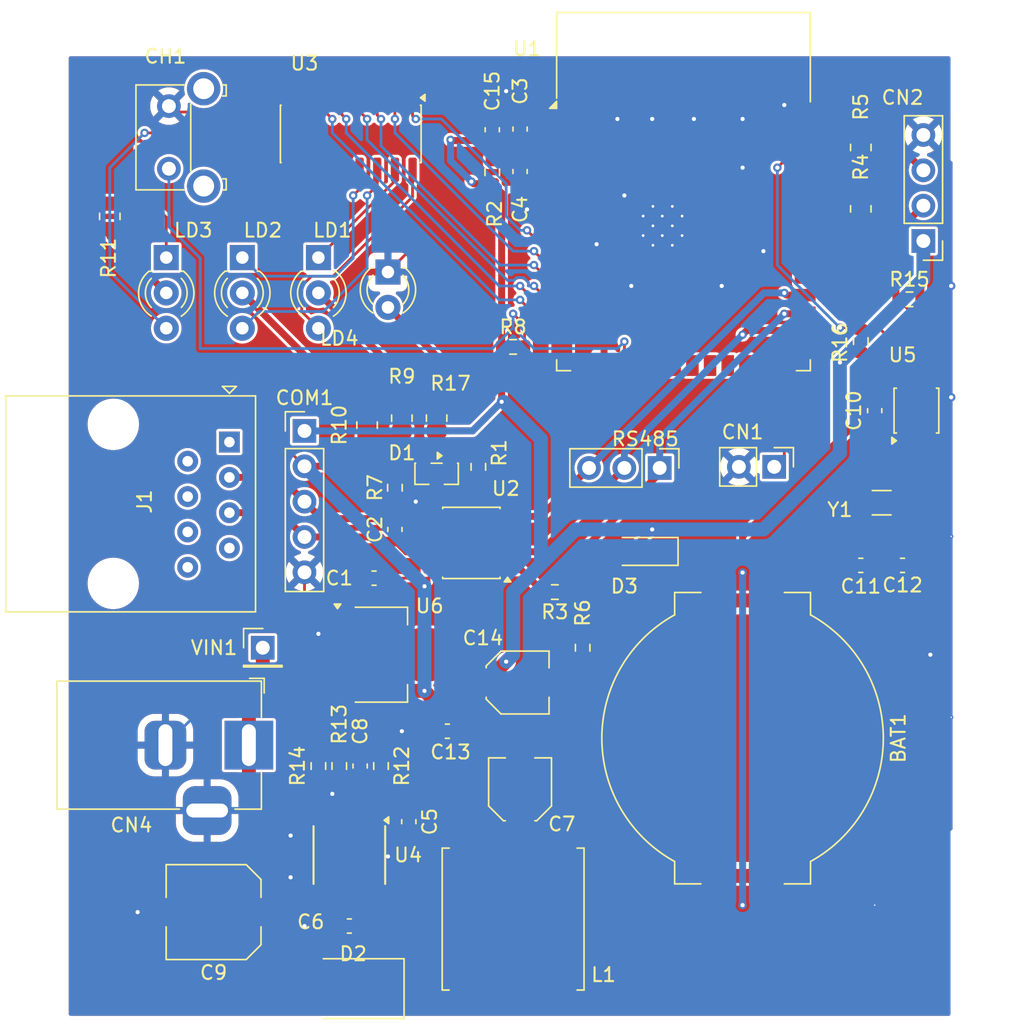
<source format=kicad_pcb>
(kicad_pcb (version 20241229) (generator "pcbnew") (generator_version "9.0")
  (layers (0 "F.Cu" signal) (2 "B.Cu" signal) (13 "F.Paste" user) (15 "B.Paste" user) (5 "F.SilkS" user "F.Silkscreen") (7 "B.SilkS" user "B.Silkscreen") (1 "F.Mask" user) (3 "B.Mask" user) (25 "Edge.Cuts" user))
  (net 0 "")
  (net 1 "GND")
  (net 2 "BAT+")
  (net 3 "+5V")
  (net 4 "RS485 B")
  (net 5 "RS485 A")
  (net 6 "+3.3V")
  (net 7 "Net-(U1-EN)")
  (net 8 "Net-(D2-K)")
  (net 9 "Net-(U4-BOOT)")
  (net 10 "VCC")
  (net 11 "Net-(U4-FB)")
  (net 12 "Net-(U5-OSCI)")
  (net 13 "Net-(U5-OSCO)")
  (net 14 "RST")
  (net 15 "BOOT")
  (net 16 "TX")
  (net 17 "RX")
  (net 18 "Net-(LD1-A)")
  (net 19 "Net-(LD1-K1)")
  (net 20 "Net-(LD1-K2)")
  (net 21 "Net-(LD2-K1)")
  (net 22 "Net-(LD2-A)")
  (net 23 "Net-(LD2-K2)")
  (net 24 "Net-(LD3-K1)")
  (net 25 "Net-(LD3-K2)")
  (net 26 "Net-(LD3-A)")
  (net 27 "Net-(LD4-A)")
  (net 28 "RS485 RX")
  (net 29 "Net-(U2-RO)")
  (net 30 "Net-(U1-RXD0{slash}IO3)")
  (net 31 "Net-(U1-TXD0{slash}IO1)")
  (net 32 "Net-(U4-PG)")
  (net 33 "SDA")
  (net 34 "SCL")
  (net 35 "RS485 TX")
  (net 36 "RS485 DIR")
  (net 37 "WiFi Red")
  (net 38 "Server Red")
  (net 39 "WiFi Green")
  (net 40 "RS485 Green")
  (net 41 "RS485 Red")
  (net 42 "Server Green")
  (footprint "Connector_PinHeader_2.54mm:PinHeader_1x02_P2.54mm_Vertical" (layer "F.Cu") (at 145.275 83 -90)
    (property "Reference" "CN1")
    (property "Value" "Conn_01x02_Pin" (hide yes))
  )
  (footprint "Capacitor_SMD:C_0603_1608Metric" (layer "F.Cu") (at 114.725 116 180)
    (property "Reference" "C6")
    (property "Value" "100nF" (hide yes))
  )
  (footprint "Resistor_SMD:R_0603_1608Metric" (layer "F.Cu") (at 131.5 96 -90)
    (property "Reference" "R6")
    (property "Value" "20kΩ" (hide yes))
  )
  (footprint "LED_THT:LED_D3.0mm" (layer "F.Cu") (at 117.5 69 -90)
    (property "Reference" "LD4")
    (property "Value" "LED" (hide yes))
  )
  (footprint "Resistor_SMD:R_0805_2012Metric" (layer "F.Cu") (at 151.5 60.0475 90)
    (property "Reference" "R5")
    (property "Value" "33Ω" (hide yes))
  )
  (footprint "Package_SO:TI_SO-PowerPAD-8" (layer "F.Cu") (at 114.725 110.8975 -90)
    (property "Reference" "U4")
    (property "Value" "ST1S14PHR" (hide yes))
  )
  (footprint "Inductor_SMD:L_SOREDE_SNR.1050_10x10x5mm" (layer "F.Cu") (at 126.5 115.5 90)
    (property "Reference" "L1")
    (property "Value" "6.2uH" (hide yes))
  )
  (footprint "Capacitor_SMD:C_0603_1608Metric" (layer "F.Cu") (at 118 87.5 90)
    (property "Reference" "C2")
    (property "Value" "100nF" (hide yes))
  )
  (footprint "Resistor_SMD:R_0603_1608Metric" (layer "F.Cu") (at 151.5 73.96 -90)
    (property "Reference" "R16")
    (property "Value" "4.7kΩ" (hide yes))
  )
  (footprint "Capacitor_SMD:C_0603_1608Metric" (layer "F.Cu") (at 115.5 104.5 90)
    (property "Reference" "C8")
    (property "Value" "C" (hide yes))
  )
  (footprint "Resistor_SMD:R_0603_1608Metric" (layer "F.Cu") (at 114 104.5 90)
    (property "Reference" "R13")
    (property "Value" "4.7kΩ" (hide yes))
  )
  (footprint "LED_THT:LED_D3.0mm-3" (layer "F.Cu") (at 112.5 67.96 -90)
    (property "Reference" "LD1")
    (property "Value" "LED_Dual_KKA" (hide yes))
  )
  (footprint "Connector_BarrelJack:BarrelJack_Horizontal" (layer "F.Cu") (at 107.5 103)
    (property "Reference" "CN4")
    (property "Value" "Barrel_Jack_MountingPin" (hide yes))
  )
  (footprint "Resistor_SMD:R_0603_1608Metric" (layer "F.Cu") (at 125 61.825 90)
    (property "Reference" "R2")
    (property "Value" "10kΩ" (hide yes))
  )
  (footprint "Connector_PinHeader_2.54mm:PinHeader_1x01_P2.54mm_Vertical" (layer "F.Cu") (at 108.5 96)
    (property "Reference" "VIN1")
    (property "Value" "Conn_01x01_Pin" (hide yes))
  )
  (footprint "Resistor_SMD:R_0805_2012Metric" (layer "F.Cu") (at 97.5 65 90)
    (property "Reference" "R11")
    (property "Value" "100Ω" (hide yes))
  )
  (footprint "RF_Module:ESP32-WROOM-32D" (layer "F.Cu") (at 138.75 66.21)
    (property "Reference" "U1")
    (property "Value" "ESP32-WROOM-32E")
  )
  (footprint "Package_SO:SOIC-8_3.9x4.9mm_P1.27mm" (layer "F.Cu") (at 123.5 88.4675 180)
    (property "Reference" "U2")
    (property "Value" "ST485E" (hide yes))
  )
  (footprint "Diode_SMD:D_SMB" (layer "F.Cu") (at 115 120.5 180)
    (property "Reference" "D2")
    (property "Value" "D_Schottky" (hide yes))
  )
  (footprint "Resistor_SMD:R_0603_1608Metric" (layer "F.Cu") (at 126.5 74.38)
    (property "Reference" "R8")
    (property "Value" "10kΩ" (hide yes))
  )
  (footprint "Package_SO:MSOP-8_3x3mm_P0.65mm" (layer "F.Cu") (at 155.5 78.96 90)
    (property "Reference" "U5")
    (property "Value" "PCF8563TS" (hide yes))
  )
  (footprint "Capacitor_SMD:C_0603_1608Metric" (layer "F.Cu") (at 127 61.775 -90)
    (property "Reference" "C4")
    (property "Value" "100nF" (hide yes))
  )
  (footprint "Connector_RJ:RJ45_Amphenol_54602-x08_Horizontal" (layer "F.Cu") (at 104.1 81.2175 -90)
    (property "Reference" "J1")
    (property "Value" "RJ45" (hide yes))
  )
  (footprint "Resistor_SMD:R_0603_1608Metric" (layer "F.Cu") (at 112.5 104.5 90)
    (property "Reference" "R14")
    (property "Value" "1.5kΩ" (hide yes))
  )
  (footprint "Resistor_SMD:R_0805_2012Metric" (layer "F.Cu") (at 151.5 64.46 -90)
    (property "Reference" "R4")
    (property "Value" "33Ω" (hide yes))
  )
  (footprint "Capacitor_SMD:C_Elec_4x5.4" (layer "F.Cu") (at 126.825 98.5)
    (property "Reference" "C14")
    (property "Value" "100uF" (hide yes))
  )
  (footprint "Resistor_SMD:R_0603_1608Metric" (layer "F.Cu") (at 129.5 92 180)
    (property "Reference" "R3")
    (property "Value" "10kΩ" (hide yes))
  )
  (footprint "LED_THT:LED_D3.0mm-3" (layer "F.Cu") (at 107.03 67.96 -90)
    (property "Reference" "LD2")
    (property "Value" "LED_Dual_KKA" (hide yes))
  )
  (footprint "Capacitor_SMD:C_Elec_6.3x5.4" (layer "F.Cu") (at 104.9625 115 180)
    (property "Reference" "C9")
    (property "Value" "22uF" (hide yes))
  )
  (footprint "Capacitor_SMD:C_0603_1608Metric" (layer "F.Cu") (at 116.5 91 180)
    (property "Reference" "C1")
    (property "Value" "100nF" (hide yes))
  )
  (footprint "Capacitor_SMD:C_0603_1608Metric" (layer "F.Cu") (at 152.5 78.96 -90)
    (property "Reference" "C10")
    (property "Value" "100nF" (hide yes))
  )
  (footprint "Resistor_SMD:R_0805_2012Metric" (layer "F.Cu") (at 121 79.5 -90)
    (property "Reference" "R17")
    (property "Value" "330Ω" (hide yes))
  )
  (footprint "Crystal:Crystal_SMD_3215-2Pin_3.2x1.5mm" (layer "F.Cu") (at 153 85.58 180)
    (property "Reference" "Y1")
    (property "Value" "Crystal" (hide yes))
  )
  (footprint "Capacitor_SMD:C_0603_1608Metric" (layer "F.Cu") (at 119 108.5 -90)
    (property "Reference" "C5")
    (property "Value" "100nF" (hide yes))
  )
  (footprint "Capacitor_SMD:C_0603_1608Metric" (layer "F.Cu") (at 127 58.725 90)
    (property "Reference" "C3")
    (property "Value" "100nF" (hide yes))
  )
  (footprint "Resistor_SMD:R_0603_1608Metric" (layer "F.Cu") (at 155 70.96)
    (property "Reference" "R15")
    (property "Value" "4.7kΩ" (hide yes))
  )
  (footprint "Resistor_SMD:R_0603_1608Metric" (layer "F.Cu") (at 117 104.5 90)
    (property "Reference" "R12")
    (property "Value" "47kΩ" (hide yes))
  )
  (footprint "LED_THT:LED_D3.0mm-3" (layer "F.Cu") (at 101.56 67.96 -90)
    (property "Reference" "LD3")
    (property "Value" "LED_Dual_KKA" (hide yes))
  )
  (footprint "Connector_PinHeader_2.54mm:PinHeader_1x05_P2.54mm_Vertical" (layer "F.Cu") (at 111.5 80.42)
    (property "Reference" "COM1")
    (property "Value" "Conn_01x05_Pin" (hide yes))
  )
  (footprint "Resistor_SMD:R_0805_2012Metric" (layer "F.Cu") (at 116 80 -90)
    (property "Reference" "R10")
    (property "Value" "100Ω" (hide yes))
  )
  (footprint "Capacitor_SMD:C_0603_1608Metric" (layer "F.Cu") (at 125 58.775 90)
    (property "Reference" "C15")
    (property "Value" "10uF" (hide yes))
  )
  (footprint "Resistor_SMD:R_0603_1608Metric" (layer "F.Cu") (at 124 83 90)
    (property "Reference" "R1")
    (property "Value" "20kΩ" (hide yes))
  )
  (footprint "Connector_PinHeader_2.54mm:PinHeader_1x04_P2.54mm_Vertical" (layer "F.Cu") (at 156 66.77 180)
    (property "Reference" "CN2")
    (property "Value" "Conn_01x04_Pin" (hide yes))
  )
  (footprint "Package_TO_SOT_SMD:SOT-223-3_TabPin2" (layer "F.Cu") (at 117 96.5)
    (property "Reference" "U6")
    (property "Value" "AZ1117-3.3" (hide yes))
  )
  (footprint "Button_Switch_THT:SW_SPST_Omron_B3F-315x_Angled" (layer "F.Cu") (at 101.749999 61.575 90)
    (property "Reference" "CH1")
    (property "Value" "SW_Push")
  )
  (footprint "Battery:BatteryHolder_MPD_BC2003_1x2032" (layer "F.Cu") (at 143 102.5 -90)
    (property "Reference" "BAT1")
    (property "Value" "Battery" (hide yes))
  )
  (footprint "Connector_PinHeader_2.54mm:PinHeader_1x03_P2.54mm_Vertical" (layer "F.Cu") (at 137.04 83.08 -90)
    (property "Reference" "RS485")
    (property "Value" "Conn_01x03_Pin" (hide yes))
  )
  (footprint "Package_TO_SOT_SMD:SOT-23" (layer "F.Cu") (at 121 83.5 -90)
    (property "Reference" "D1")
    (property "Value" "SM712_SOT23" (hide yes))
  )
  (footprint "Capacitor_SMD:C_0603_1608Metric" (layer "F.Cu") (at 151.5 90.08)
    (property "Reference" "C11")
    (property "Value" "22pF" (hide yes))
  )
  (footprint "Diode_SMD:D_SOD-123" (layer "F.Cu") (at 136 89.08 180)
    (property "Reference" "D3")
    (property "Value" "D_Zener" (hide yes))
  )
  (footprint "Capacitor_SMD:C_0603_1608Metric" (layer "F.Cu") (at 154.5 90.08 180)
    (property "Reference" "C12")
    (property "Value" "22pF" (hide yes))
  )
  (footprint "Capacitor_SMD:C_0603_1608Metric" (layer "F.Cu") (at 121.775 102 180)
    (property "Reference" "C13")
    (property "Value" "100nF" (hide yes))
  )
  (footprint "Capacitor_SMD:C_Elec_4x5.4" (layer "F.Cu") (at 127 106.175 90)
    (property "Reference" "C7")
    (property "Value" "100uF" (hide yes))
  )
  (footprint "Resistor_SMD:R_0603_1608Metric" (layer "F.Cu") (at 118 84.5 90)
    (property "Reference" "R7")
    (property "Value" "20kΩ" (hide yes))
  )
  (footprint "Resistor_SMD:R_0805_2012Metric" (layer "F.Cu") (at 118.5 79.5 -90)
    (property "Reference" "R9")
    (property "Value" "100Ω" (hide yes))
  )
  (footprint "Package_SO:SO-16_3.9x9.9mm_P1.27mm" (layer "F.Cu") (at 114.825 59.075 -90)
    (property "Reference" "U3")
    (property "Value" "ULN2003" (hide yes))
  )
  (segment (start 149.974 90.55411) (end 151.91989 92.5) (width 0.2) (layer "F.Cu") (net 1))
  (segment (start 110.38 56.253032) (end 111.309032 55.324) (width 0.2) (layer "F.Cu") (net 1))
  (segment (start 110.38 56.5) (end 110.38 56.253032) (width 0.2) (layer "F.Cu") (net 1))
  (segment (start 156.475 91.525) (end 155.5 92.5) (width 0.2) (layer "F.Cu") (net 1))
  (segment (start 109.38 57.5) (end 110.38 56.5) (width 0.2) (layer "F.Cu") (net 1))
  (segment (start 115.5 110.295) (end 116.795 110.295) (width 0.2) (layer "F.Cu") (net 1))
  (segment (start 104.5 107.7) (end 104.5 111) (width 0.2) (layer "F.Cu") (net 1))
  (segment (start 141.5 70) (end 142 70) (width 0.2) (layer "F.Cu") (net 1))
  (segment (start 107.925 120.5) (end 102.425 115) (width 1) (layer "F.Cu") (net 1))
  (segment (start 155.5 92.5) (end 153 92.5) (width 0.2) (layer "F.Cu") (net 1))
  (segment (start 131.5 98.5) (end 139 98.5) (width 0.2) (layer "F.Cu") (net 1))
  (segment (start 101.5 103) (end 101.5 107.5) (width 0.2) (layer "F.Cu") (net 1))
  (segment (start 126 58) (end 126.95 58) (width 0.5) (layer "F.Cu") (net 1))
  (segment (start 130 58) (end 129.95 57.95) (width 0.2) (layer "F.Cu") (net 1))
  (segment (start 126.95 58) (end 127 57.95) (width 0.2) (layer "F.Cu") (net 1))
  (segment (start 121.609032 81.524) (end 123.349 81.524) (width 0.2) (layer "F.Cu") (net 1))
  (segment (start 110.5 109.5) (end 110.5 112.5) (width 0.2) (layer "F.Cu") (net 1))
  (segment (start 102.425 115) (end 99.5 115) (width 0.2) (layer "F.Cu") (net 1))
  (segment (start 113.95 108.2575) (end 114.09 108.1175) (width 0.2) (layer "F.Cu") (net 1))
  (segment (start 121 86) (end 120 86) (width 0.2) (layer "F.Cu") (net 1))
  (segment (start 115.25 94.2) (end 115.725 93.725) (width 0.2) (layer "F.Cu") (net 1))
  (segment (start 153 90.08) (end 153 92.5) (width 0.2) (layer "F.Cu") (net 1))
  (segment (start 155.5 92.5) (end 156.5 93.5) (width 0.2) (layer "F.Cu") (net 1))
  (segment (start 143 58) (end 145 58) (width 0.2) (layer "F.Cu") (net 1))
  (segment (start 127 104.5) (end 127 102) (width 0.2) (layer "F.Cu") (net 1))
  (segment (start 132.5 67) (end 135 69.5) (width 0.2) (layer "F.Cu") (net 1))
  (segment (start 127 102) (end 128.5 100.5) (width 0.2) (layer "F.Cu") (net 1))
  (segment (start 133.96 57.96) (end 134 58) (width 0.2) (layer "F.Cu") (net 1))
  (segment (start 112.85 120.5) (end 107.925 120.5) (width 1) (layer "F.Cu") (net 1))
  (segment (start 123.349 81.524) (end 124 82.175) (width 0.2) (layer "F.Cu") (net 1))
  (segment (start 111.5 93.5) (end 112.2 94.2) (width 0.2) (layer "F.Cu") (net 1))
  (segment (start 121 86.5375) (end 121.025 86.5625) (width 0.2) (layer "F.Cu") (net 1))
  (segment (start 113.3 94.2) (end 112.5 95) (width 0.2) (layer "F.Cu") (net 1))
  (segment (start 128.5 100.5) (end 128.5 98.5) (width 0.2) (layer "F.Cu") (net 1))
  (segment (start 127 64) (end 127.5 64.5) (width 0.2) (layer "F.Cu") (net 1))
  (segment (start 130 57.96) (end 133.96 57.96) (width 0.2) (layer "F.Cu") (net 1))
  (segment (start 114.09 113.41) (end 113.95 113.27) (width 0.2) (layer "F.Cu") (net 1))
  (segment (start 133.04 75.72) (end 133.04 69.89) (width 0.2) (layer "F.Cu") (net 1))
  (segment (start 114.09 108.1175) (end 114.09 107.09) (width 0.2) (layer "F.Cu") (net 1))
  (segment (start 119.871 60.779057) (end 122.650057 58) (width 0.2) (layer "F.Cu") (net 1))
  (segment (start 135.14 62.86) (end 134.5 63.5) (width 0.2) (layer "F.Cu") (net 1))
  (segment (start 114.09 113.6775) (end 114.09 113.41) (width 0.2) (layer "F.Cu") (net 1))
  (segment (start 113.95 116) (end 111.5 116) (width 0.2) (layer "F.Cu") (net 1))
  (segment (start 112.2 94.2) (end 113.85 94.2) (width 0.2) (layer "F.Cu") (net 1))
  (segment (start 115.725 93.725) (end 115.725 91) (width 0.2) (layer "F.Cu") (net 1))
  (segment (start 131.5 96.825) (end 131.5 98.5) (width 0.2) (layer "F.Cu") (net 1))
  (segment (start 120 86) (end 119.5 85.5) (width 0.2) (layer "F.Cu") (net 1))
  (segment (start 135.85 62.86) (end 130.94 57.95) (width 0.2) (layer "F.Cu") (net 1))
  (segment (start 121 86) (end 121 86.5375) (width 0.2) (layer "F.Cu") (net 1))
  (segment (start 135.85 64.28) (end 135.85 62.86) (width 0.2) (layer "F.Cu") (net 1))
  (segment (start 152.5 114.5) (end 152.5 112) (width 0.2) (layer "F.Cu") (net 1))
  (segment (start 145 58) (end 146 57) (width 0.2) (layer "F.Cu") (net 1))
  (segment (start 114.09 107.09) (end 113.5 106.5) (width 0.2) (layer "F.Cu") (net 1))
  (segment (start 110.825 103.675) (end 110.5 104) (width 0.2) (layer "F.Cu") (net 1))
  (segment (start 146 58.5) (end 146 57) (width 0.2) (layer "F.Cu") (net 1))
  (segment (start 116.795 110.295) (end 117.5 111) (width 0.2) (layer "F.Cu") (net 1))
  (segment (start 156.475 79.525) (end 158 78) (width 0.2) (layer "F.Cu") (net 1))
  (segment (start 102.174999 57.5) (end 109.38 57.5) (width 0.2) (layer "F.Cu") (net 1))
  (segment (start 113.95 116) (end 113.95 113.8175) (width 0.2) (layer "F.Cu") (net 1))
  (segment (start 122.650057 58) (end 125 58) (width 0.2) (layer "F.Cu") (net 1))
  (segment (start 156 59.15) (end 154.81 57.96) (width 0.2) (layer "F.Cu") (net 1))
  (segment (start 102.2 107.7) (end 104.5 107.7) (width 0.2) (layer "F.Cu") (net 1))
  (segment (start 113.95 113.8175) (end 114.09 113.6775) (width 0.2) (layer "F.Cu") (net 1))
  (segment (start 156.475 81.0725) (end 156.475 79.525) (width 0.2) (layer "F.Cu") (net 1))
  (segment (start 102 107.5) (end 102.2 107.7) (width 0.2) (layer "F.Cu") (net 1))
  (segment (start 143 61.5) (end 146 58.5) (width 0.2) (layer "F.Cu") (net 1))
  (segment (start 149.974 82.261) (end 149.974 90.55411) (width 0.2) (layer "F.Cu") (net 1))
  (segment (start 130.94 57.95) (end 129.95 57.95) (width 0.2) (layer "F.Cu") (net 1))
  (segment (start 121 84.4375) (end 121 86) (width 0.2) (layer "F.Cu") (net 1))
  (segment (start 133.04 69.89) (end 135.85 67.08) (width 0.2) (layer "F.Cu") (net 1))
  (segment (start 156.5 93.5) (end 156.5 96.5) (width 0.2) (layer "F.Cu") (net 1))
  (segment (start 139 98.5) (end 143 102.5) (width 0.2) (layer "F.Cu") (net 1))
  (segment (start 102.425 113.075) (end 102.425 115) (width 0.2) (layer "F.Cu") (net 1))
  (segment (start 119.974057 55.324) (end 122.650057 58) (width 0.2) (layer "F.Cu") (net 1))
  (segment (start 136.5 58) (end 139.5 58) (width 0.2) (layer "F.Cu") (net 1))
  (segment (start 113.95 113.27) (end 113.95 111.5) (width 0.2) (layer "F.Cu") (net 1))
  (segment (start 121 82.133032) (end 121.609032 81.524) (width 0.2) (layer "F.Cu") (net 1))
  (segment (start 121 84.4375) (end 121 82.133032) (width 0.2) (layer "F.Cu") (net 1))
  (segment (start 104.5 111) (end 102.425 113.075) (width 0.2) (layer "F.Cu") (net 1))
  (segment (start 144.97 57.96) (end 147.5 57.96) (width 0.2) (layer "F.Cu") (net 1))
  (segment (start 142 70) (end 144.5 67.5) (width 0.2) (layer "F.Cu") (net 1))
  (segment (start 154.81 57.96) (end 147.5 57.96) (width 0.2) (layer "F.Cu") (net 1))
  (segment (start 111.5 90.58) (end 111.5 93.5) (width 0.2) (layer "F.Cu") (net 1))
  (segment (start 135 69.5) (end 135 70) (width 0.2) (layer "F.Cu") (net 1))
  (segment (start 129.95 57.95) (end 127 57.95) (width 0.5) (layer "F.Cu") (net 1))
  (segment (start 101.749999 57.075) (end 102.174999 57.5) (width 0.2) (layer "F.Cu") (net 1))
  (segment (start 112.5 103.675) (end 110.825 103.675) (width 0.2) (layer "F.Cu") (net 1))
  (segment (start 152.5 79.735) (end 149.974 82.261) (width 0.2) (layer "F.Cu") (net 1))
  (segment (start 131.5 98.5) (end 128.5 98.5) (width 0.2) (layer "F.Cu") (net 1))
  (segment (start 138.65 64.28) (end 144.97 57.96) (width 0.2) (layer "F.Cu") (net 1))
  (segment (start 111.309032 55.324) (end 119.974057 55.324) (width 0.2) (layer "F.Cu") (net 1))
  (segment (start 126 56) (end 126 58) (width 0.2) (layer "F.Cu") (net 1))
  (segment (start 113.85 94.2) (end 113.3 94.2) (width 0.2) (layer "F.Cu") (net 1))
  (segment (start 117.5 69) (end 119.871 66.629) (width 0.2) (layer "F.Cu") (net 1))
  (segment (start 127 62.55) (end 127 64) (width 0.2) (layer "F.Cu") (net 1))
  (segment (start 113.95 110.295) (end 113.95 108.2575) (width 0.2) (layer "F.Cu") (net 1))
  (segment (start 110.5 104) (end 110.5 109.5) (width 0.2) (layer "F.Cu") (net 1))
  (segment (start 125 58) (end 126 58) (width 0.5) (layer "F.Cu") (net 1))
  (segment (start 156.475 81.0725) (end 156.475 91.525) (width 0.2) (layer "F.Cu") (net 1))
  (segment (start 119.871 66.629) (end 119.871 60.779057) (width 0.2) (layer "F.Cu") (net 1))
  (segment (start 113.85 94.2) (end 115.25 94.2) (width 0.2) (layer "F.Cu") (net 1))
  (segment (start 135.85 62.86) (end 135.14 62.86) (width 0.2) (layer "F.Cu") (net 1))
  (segment (start 130 57.96) (end 130 58) (width 0.2) (layer "F.Cu") (net 1))
  (segment (start 121 102) (end 118.5 102) (width 0.2) (layer "F.Cu") (net 1))
  (segment (start 152.5 112) (end 143 102.5) (width 0.2) (layer "F.Cu") (net 1))
  (segment (start 153.725 90.08) (end 152.275 90.08) (width 0.2) (layer "F.Cu") (net 1))
  (segment (start 151.91989 92.5) (end 153 92.5) (width 0.2) (layer "F.Cu") (net 1))
  (segment (start 101.5 107.5) (end 102 107.5) (width 0.2) (layer "F.Cu") (net 1))
  (via (at 158 78) (size 0.6) (drill 0.3) (layers "F.Cu" "B.Cu") (net 1))
  (via (at 144.5 67.5) (size 0.6) (drill 0.3) (layers "F.Cu" "B.Cu") (net 1))
  (via (at 143 61.5) (size 0.6) (drill 0.3) (layers "F.Cu" "B.Cu") (net 1))
  (via (at 143 58) (size 0.6) (drill 0.3) (layers "F.Cu" "B.Cu") (net 1))
  (via blind (at 158 70) (size 0.6) (drill 0.3) (layers "F.Cu" "B.Cu") (net 1))
  (via micro (at 158 101) (size 0.3) (drill 0.1) (layers "F.Cu" "B.Cu") (net 1))
  (via (at 132.5 67) (size 0.6) (drill 0.3) (layers "F.Cu" "B.Cu") (net 1))
  (via (at 136.5 58) (size 0.6) (drill 0.3) (layers "F.Cu" "B.Cu") (net 1))
  (via (at 113.5 106.5) (size 0.6) (drill 0.3) (layers "F.Cu" "B.Cu") (net 1))
  (via (at 110.5 112.5) (size 0.6) (drill 0.3) (layers "F.Cu" "B.Cu") (net 1))
  (via (at 99.5 115) (size 0.6) (drill 0.3) (layers "F.Cu" "B.Cu") (net 1))
  (via (at 112.5 95) (size 0.6) (drill 0.3) (layers "F.Cu" "B.Cu") (net 1))
  (via (at 111.5 116) (size 0.6) (drill 0.3) (layers "F.Cu" "B.Cu") (net 1))
  (via (at 127.5 64.5) (size 0.6) (drill 0.3) (layers "F.Cu" "B.Cu") (net 1))
  (via (at 135 70) (size 0.6) (drill 0.3) (layers "F.Cu" "B.Cu") (net 1))
  (via (at 110.5 109.5) (size 0.6) (drill 0.3) (layers "F.Cu" "B.Cu") (net 1))
  (via (at 118.5 102) (size 0.6) (drill 0.3) (layers "F.Cu" "B.Cu") (net 1))
  (via (at 139.5 58) (size 0.6) (drill 0.3) (layers "F.Cu" "B.Cu") (net 1))
  (via (at 134 58) (size 0.6) (drill 0.3) (layers "F.Cu" "B.Cu") (net 1))
  (via (at 146 57) (size 0.6) (drill 0.3) (layers "F.Cu" "B.Cu") (net 1))
  (via (at 156.5 96.5) (size 0.6) (drill 0.3) (layers "F.Cu" "B.Cu") (net 1))
  (via micro (at 152.5 114.5) (size 0.3) (drill 0.1) (layers "F.Cu" "B.Cu") (net 1))
  (via (at 126 56) (size 0.6) (drill 0.3) (layers "F.Cu" "B.Cu") (net 1))
  (via (at 117.5 111) (size 0.6) (drill 0.3) (layers "F.Cu" "B.Cu") (net 1))
  (via (at 134.5 63.5) (size 0.6) (drill 0.3) (layers "F.Cu" "B.Cu") (net 1))
  (via micro (at 158 88) (size 0.3) (drill 0.1) (layers "F.Cu" "B.Cu") (net 1))
  (via (at 119.5 85.5) (size 0.6) (drill 0.3) (layers "F.Cu" "B.Cu") (net 1))
  (via (at 141.5 70) (size 0.6) (drill 0.3) (layers "F.Cu" "B.Cu") (net 1))
  (segment (start 110.349 81.571) (end 110.349 79.269) (width 0.2) (layer "B.Cu") (net 1))
  (segment (start 141.504 84.231) (end 131.48324 84.231) (width 0.2) (layer "B.Cu") (net 1))
  (segment (start 127.5 64.5) (end 127.5 57.5) (width 0.2) (layer "B.Cu") (net 1))
  (segment (start 135 70) (end 141.5 70) (width 0.2) (layer "B.Cu") (net 1))
  (segment (start 110.349 79.269) (end 114.717 74.901) (width 0.2) (layer "B.Cu") (net 1))
  (segment (start 158 109) (end 152.5 114.5) (width 0.2) (layer "B.Cu") (net 1))
  (segment (start 111.5 116) (end 111.5 113.5) (width 0.2) (layer "B.Cu") (net 1))
  (segment (start 130.809 78.540943) (end 134.448943 74.901) (width 0.2) (layer "B.Cu") (net 1))
  (segment (start 158 101) (end 158 109) (width 0.2) (layer "B.Cu") (net 1))
  (segment (start 158 88) (end 158 101) (width 0.2) (layer "B.Cu") (net 1))
  (segment (start 114.717 74.901) (end 134.448943 74.901) (width 0.2) (layer "B.Cu") (net 1))
  (segment (start 115.809 81.809) (end 119.5 85.5) (width 0.2) (layer "B.Cu") (net 1))
  (segment (start 134.5 63.5) (end 132.5 65.5) (width 0.2) (layer "B.Cu") (net 1))
  (segment (start 110.5 112.5) (end 110.4275 112.5725) (width 0.2) (layer "B.Cu") (net 1))
  (segment (start 156 59.15) (end 158 61.15) (width 0.2) (layer "B.Cu") (net 1))
  (segment (start 108.7 107.7) (end 104.5 107.7) (width 0.2) (layer "B.Cu") (net 1))
  (segment (start 144.5 67.5) (end 143 66) (width 0.2) (layer "B.Cu") (net 1))
  (segment (start 105.5 99) (end 101.5 103) (width 0.2) (layer "B.Cu") (net 1))
  (segment (start 137.95 71.399943) (end 137.95 67.08) (width 0.2) (layer "B.Cu") (net 1))
  (segment (start 134.448943 74.901) (end 137.95 71.399943) (width 0.2) (layer "B.Cu") (net 1))
  (segment (start 111.02324 81.809) (end 110.587 81.809) (width 0.2) (layer "B.Cu") (net 1))
  (segment (start 142.735 83) (end 141.504 84.231) (width 0.2) (layer "B.Cu") (net 1))
  (segment (start 158 70) (end 158 78) (width 0.2) (layer "B.Cu") (net 1))
  (segment (start 111.02324 81.809) (end 115.809 81.809) (width 0.2) (layer "B.Cu") (net 1))
  (segment (start 132.5 65.5) (end 132.5 67) (width 0.2) (layer "B.Cu") (net 1))
  (segment (start 139.5 58) (end 143 58) (width 0.2) (layer "B.Cu") (net 1))
  (segment (start 110.349 82.48324) (end 111.02324 81.809) (width 0.2) (layer "B.Cu") (net 1))
  (segment (start 110.5 109.5) (end 108.7 107.7) (width 0.2) (layer "B.Cu") (net 1))
  (segment (start 134 58) (end 136.5 58) (width 0.2) (layer "B.Cu") (net 1))
  (segment (start 127.5 57.5) (end 126 56) (width 0.2) (layer "B.Cu") (net 1))
  (segment (start 111.5 113.5) (end 110.5 112.5) (width 0.2) (layer "B.Cu") (net 1))
  (segment (start 111.5 90.58) (end 110.349 89.429) (width 0.2) (layer "B.Cu") (net 1))
  (segment (start 131.48324 84.231) (end 130.809 83.55676) (width 0.2) (layer "B.Cu") (net 1))
  (segment (start 158 61.15) (end 158 70) (width 0.2) (layer "B.Cu") (net 1))
  (segment (start 112.5 95) (end 108.5 99) (width 0.2) (layer "B.Cu") (net 1))
  (segment (start 110.349 89.429) (end 110.349 82.48324) (width 0.2) (layer "B.Cu") (net 1))
  (segment (start 108.5 99) (end 105.5 99) (width 0.2) (layer "B.Cu") (net 1))
  (segment (start 112.5 96) (end 118.5 102) (width 0.2) (layer "B.Cu") (net 1))
  (segment (start 112.5 95) (end 112.5 96) (width 0.2) (layer "B.Cu") (net 1))
  (segment (start 158 78) (end 158 88) (width 0.2) (layer "B.Cu") (net 1))
  (segment (start 143 66) (end 143 61.5) (width 0.2) (layer "B.Cu") (net 1))
  (segment (start 130.809 83.55676) (end 130.809 78.540943) (width 0.2) (layer "B.Cu") (net 1))
  (segment (start 110.587 81.809) (end 110.349 81.571) (width 0.2) (layer "B.Cu") (net 1))
  (segment (start 138.5 89) (end 138.42 89.08) (width 0.5) (layer "F.Cu") (net 2))
  (segment (start 143 90.595) (end 143 88) (width 0.5) (layer "F.Cu") (net 2))
  (segment (start 143 114.405) (end 143 114.5) (width 0.2) (layer "F.Cu") (net 2))
  (segment (start 143 90.595) (end 141.405 89) (width 0.5) (layer "F.Cu") (net 2))
  (segment (start 152.5 78.185) (end 153.75125 78.185) (width 0.5) (layer "F.Cu") (net 2))
  (segment (start 143 88) (end 151.574 79.426) (width 0.5) (layer "F.Cu") (net 2))
  (segment (start 151.574 79.426) (end 151.574 79.223758) (width 0.5) (layer "F.Cu") (net 2))
  (segment (start 138.42 89.08) (end 137.65 89.08) (width 0.5) (layer "F.Cu") (net 2))
  (segment (start 141.405 89) (end 138.5 89) (width 0.5) (layer "F.Cu") (net 2))
  (segment (start 152.166 78.834) (end 152.5 78.5) (width 0.5) (layer "F.Cu") (net 2))
  (segment (start 153.75125 78.185) (end 154.525 77.41125) (width 0.5) (layer "F.Cu") (net 2))
  (segment (start 152.5 78.5) (end 152.5 78.185) (width 0.5) (layer "F.Cu") (net 2))
  (segment (start 151.963758 78.834) (end 152.166 78.834) (width 0.5) (layer "F.Cu") (net 2))
  (segment (start 151.574 79.223758) (end 151.963758 78.834) (width 0.5) (layer "F.Cu") (net 2))
  (segment (start 154.525 77.41125) (end 154.525 76.8475) (width 0.5) (layer "F.Cu") (net 2))
  (via (at 143 90.595) (size 0.6) (drill 0.3) (layers "F.Cu" "B.Cu") (net 2))
  (via (at 143 114.5) (size 0.6) (drill 0.3) (layers "F.Cu" "B.Cu") (net 2))
  (segment (start 143 114.5) (end 143 90.595) (width 0.5) (layer "B.Cu") (net 2))
  (segment (start 126.5 108.35) (end 127 107.85) (width 1) (layer "F.Cu") (net 3))
  (segment (start 100.5 80.1665) (end 108.7065 80.1665) (width 0.2) (layer "F.Cu") (net 3))
  (segment (start 122.55 104.4) (end 122.55 102) (width 1) (layer "F.Cu") (net 3))
  (segment (start 116 80.9125) (end 118 80.9125) (width 0.5) (layer "F.Cu") (net 3))
  (segment (start 117.275 98.876) (end 117.5 99.101) (width 0.2) (layer "F.Cu") (net 3))
  (segment (start 121.825 103.675) (end 117 103.675) (width 1) (layer "F.Cu") (net 3))
  (segment (start 120.3975 91) (end 121.025 90.3725) (width 0.2) (layer "F.Cu") (net 3))
  (segment (start 115.55 103.675) (end 115.5 103.725) (width 1) (layer "F.Cu") (net 3))
  (segment (start 95.5 75) (end 95.530815 74.969184) (width 0.2) (layer "F.Cu") (net 3))
  (segment (start 120.44875 90.94875) (end 120.44875 91.26325) (width 0.2) (layer "F.Cu") (net 3))
  (segment (start 115.5 103.725) (end 114.05 103.725) (width 1) (layer "F.Cu") (net 3))
  (segment (start 126.5 111.4) (end 126.5 108.35) (width 1) (layer "F.Cu") (net 3))
  (segment (start 117 103.675) (end 115.55 103.675) (width 1) (layer "F.Cu") (net 3))
  (segment (start 116 82.5) (end 116 80.9125) (width 0.5) (layer "F.Cu") (net 3))
  (segment (start 111.5 82.96) (end 115.54 82.96) (width 0.5) (layer "F.Cu") (net 3))
  (segment (start 120.126 99.101) (end 122.55 101.525) (width 1) (layer "F.Cu") (net 3))
  (segment (start 114.151 99.101) (end 117.5 99.101) (width 1) (layer "F.Cu") (net 3))
  (segment (start 118 83.675) (end 117.175 83.675) (width 0.5) (layer "F.Cu") (net 3))
  (segment (start 108.7065 80.1665) (end 111.5 82.96) (width 0.2) (layer "F.Cu") (net 3))
  (segment (start 117.275 91) (end 120.3975 91) (width 0.2) (layer "F.Cu") (net 3))
  (segment (start 117.175 83.675) (end 116 82.5) (width 0.5) (layer "F.Cu") (net 3))
  (segment (start 95.5 75) (end 95.5 66.0875) (width 0.2) (layer "F.Cu") (net 3))
  (segment (start 117.5 99.101) (end 120.126 99.101) (width 1) (layer "F.Cu") (net 3))
  (segment (start 120.44875 91.26325) (end 120.126 91.586) (width 0.2) (layer "F.Cu") (net 3))
  (segment (start 126.5 108.35) (end 122.55 104.4) (width 1) (layer "F.Cu") (net 3))
  (segment (start 114.05 103.725) (end 114 103.675) (width 0.2) (layer "F.Cu") (net 3))
  (segment (start 122.55 101.525) (end 122.55 102) (width 1) (layer "F.Cu") (net 3))
  (segment (start 121.025 90.3725) (end 120.44875 90.94875) (width 0.2) (layer "F.Cu") (net 3))
  (segment (start 97.5 64.0875) (end 95.5 66.0875) (width 0.2) (layer "F.Cu") (net 3))
  (segment (start 115.54 82.96) (end 116 82.5) (width 0.5) (layer "F.Cu") (net 3))
  (segment (start 122.55 104.4) (end 121.825 103.675) (width 1) (layer "F.Cu") (net 3))
  (segment (start 100.5 79.938369) (end 100.5 80.1665) (width 0.2) (layer "F.Cu") (net 3))
  (segment (start 113.85 98.8) (end 114.151 99.101) (width 1) (layer "F.Cu") (net 3))
  (segment (start 95.530815 74.969184) (end 100.5 79.938369) (width 0.2) (layer "F.Cu") (net 3))
  (segment (start 118 80.9125) (end 118.5 80.4125) (width 0.5) (layer "F.Cu") (net 3))
  (via (at 120.126 99.101) (size 0.6) (drill 0.3) (layers "F.Cu" "B.Cu") (net 3))
  (via (at 120.126 91.586) (size 0.6) (drill 0.3) (layers "F.Cu" "B.Cu") (net 3))
  (segment (start 120.126 91.586) (end 120.126 99.101) (width 1) (layer "B.Cu") (net 3))
  (segment (start 120.126 91.586) (end 120.126 91.626) (width 1) (layer "B.Cu") (net 3))
  (segment (start 111.5 82.96) (end 120.126 91.586) (width 1) (layer "B.Cu") (net 3))
  (segment (start 111.5 88.04) (end 109.7575 86.2975) (width 0.5) (layer "F.Cu") (net 4))
  (segment (start 109.7575 86.2975) (end 106.1 86.2975) (width 0.5) (layer "F.Cu") (net 4))
  (segment (start 117.225 88.275) (end 116.99 88.04) (width 0.5) (layer "F.Cu") (net 4))
  (segment (start 118.8275 89.1025) (end 118 88.275) (width 0.5) (layer "F.Cu") (net 4))
  (segment (start 118 88.275) (end 117.225 88.275) (width 0.5) (layer "F.Cu") (net 4))
  (segment (start 116.99 88.04) (end 111.5 88.04) (width 0.5) (layer "F.Cu") (net 4))
  (segment (start 123.2125 83.825) (end 121.95 82.5625) (width 0.5) (layer "F.Cu") (net 4))
  (segment (start 124 87.102499) (end 124 83.825) (width 0.5) (layer "F.Cu") (net 4))
  (segment (start 121.025 89.1025) (end 118.8275 89.1025) (width 0.5) (layer "F.Cu") (net 4))
  (segment (start 121.025 89.1025) (end 121.999999 89.1025) (width 0.5) (layer "F.Cu") (net 4))
  (segment (start 124 83.825) (end 123.2125 83.825) (width 0.5) (layer "F.Cu") (net 4))
  (segment (start 121.999999 89.1025) (end 124 87.102499) (width 0.5) (layer "F.Cu") (net 4))
  (segment (start 111.5 85.5) (end 109.7575 83.7575) (width 0.5) (layer "F.Cu") (net 5))
  (segment (start 119.1075 87.8325) (end 121.025 87.8325) (width 0.5) (layer "F.Cu") (net 5))
  (segment (start 112.725 86.725) (end 111.5 85.5) (width 0.5) (layer "F.Cu") (net 5))
  (segment (start 118 86.725) (end 112.725 86.725) (width 0.5) (layer "F.Cu") (net 5))
  (segment (start 109.7575 83.7575) (end 106.1 83.7575) (width 0.5) (layer "F.Cu") (net 5))
  (segment (start 118 85.325) (end 118 86.725) (width 0.5) (layer "F.Cu") (net 5))
  (segment (start 120.05 83.275) (end 120.05 82.5625) (width 0.5) (layer "F.Cu") (net 5))
  (segment (start 118 85.325) (end 120.05 83.275) (width 0.5) (layer "F.Cu") (net 5))
  (segment (start 118 86.725) (end 119.1075 87.8325) (width 0.5) (layer "F.Cu") (net 5))
  (segment (start 123.65 62.65) (end 123.5 62.5) (width 0.5) (layer "F.Cu") (net 6))
  (segment (start 125.15 97.85) (end 126 97) (width 1) (layer "F.Cu") (net 6))
  (segment (start 125 59.55) (end 122.05 59.55) (width 0.5) (layer "F.Cu") (net 6))
  (segment (start 113.85 96.5) (end 120.15 96.5) (width 0.2) (layer "F.Cu") (net 6))
  (segment (start 125 62.65) (end 123.65 62.65) (width 0.5) (layer "F.Cu") (net 6))
  (segment (start 155.825 66.945) (end 156 66.77) (width 0.2) (layer "F.Cu") (net 6))
  (segment (start 125.675 63.325) (end 125 62.65) (width 0.5) (layer "F.Cu") (net 6))
  (segment (start 130 59.23) (end 129.27 59.23) (width 0.2) (layer "F.Cu") (net 6))
  (segment (start 125 59.55) (end 126.95 59.55) (width 0.5) (layer "F.Cu") (net 6))
  (segment (start 126.95 59.55) (end 127 59.5) (width 0.2) (layer "F.Cu") (net 6))
  (segment (start 129.27 59.23) (end 129 59.5) (width 0.5) (layer "F.Cu") (net 6))
  (segment (start 122.05 59.55) (end 122 59.5) (width 0.5) (layer "F.Cu") (net 6))
  (segment (start 134.35 89.08) (end 134.92 89.08) (width 0.5) (layer "F.Cu") (net 6))
  (segment (start 125.15 98.5) (end 125.15 97.85) (width 1) (layer "F.Cu") (net 6))
  (segment (start 120.15 96.5) (end 122.15 98.5) (width 1) (layer "F.Cu") (net 6))
  (segment (start 121 80.4125) (end 123.5875 80.4125) (width 0.5) (layer "F.Cu") (net 6))
  (segment (start 129 59.5) (end 127 59.5) (width 0.5) (layer "F.Cu") (net 6))
  (segment (start 150.715 74.785) (end 150 75.5) (width 0.2) (layer "F.Cu") (net 6))
  (segment (start 134.92 89.08) (end 136.5 87.5) (width 0.5) (layer "F.Cu") (net 6))
  (segment (start 155.825 70.96) (end 155.825 66.945) (width 0.5) (layer "F.Cu") (net 6))
  (segment (start 151.5 74.785) (end 150.715 74.785) (width 0.2) (layer "F.Cu") (net 6))
  (segment (start 123.5875 80.4125) (end 125.675 78.325) (width 0.5) (layer "F.Cu") (net 6))
  (segment (start 125.675 74.38) (end 125.675 63.325) (width 0.5) (layer "F.Cu") (net 6))
  (segment (start 122.15 98.5) (end 125.15 98.5) (width 1) (layer "F.Cu") (net 6))
  (segment (start 125.675 78.325) (end 125.675 74.38) (width 0.5) (layer "F.Cu") (net 6))
  (via (at 125.675 78.325) (size 0.6) (drill 0.3) (layers "F.Cu" "B.Cu") (net 6))
  (via (at 123.5 62.5) (size 0.6) (drill 0.3) (layers "F.Cu" "B.Cu") (net 6))
  (via (at 150 75.5) (size 0.6) (drill 0.3) (layers "F.Cu" "B.Cu") (net 6))
  (via (at 122 59.5) (size 0.6) (drill 0.3) (layers "F.Cu" "B.Cu") (net 6))
  (via (at 126 97) (size 0.6) (drill 0.3) (layers "F.Cu" "B.Cu") (net 6))
  (via (at 136.5 87.5) (size 0.6) (drill 0.3) (layers "F.Cu" "B.Cu") (net 6))
  (segment (start 128.5 81) (end 128.5 90) (width 1) (layer "B.Cu") (net 6))
  (segment (start 128.25 90.25) (end 131 87.5) (width 1) (layer "B.Cu") (net 6))
  (segment (start 125.825 78.325) (end 128.5 81) (width 1) (layer "B.Cu") (net 6))
  (segment (start 126.5 96.5) (end 126 97) (width 1) (layer "B.Cu") (net 6))
  (segment (start 128.5 90) (end 128.25 90.25) (width 1) (layer "B.Cu") (net 6))
  (segment (start 122 59.5) (end 122 61) (width 0.5) (layer "B.Cu") (net 6))
  (segment (start 144.5 87.5) (end 150 82) (width 1) (layer "B.Cu") (net 6))
  (segment (start 150 82) (end 150 75.5) (width 1) (layer "B.Cu") (net 6))
  (segment (start 136.5 87.5) (end 144.5 87.5) (width 1) (layer "B.Cu") (net 6))
  (segment (start 131 87.5) (end 136.5 87.5) (width 1) (layer "B.Cu") (net 6))
  (segment (start 128.25 90.25) (end 126.5 92) (width 1) (layer "B.Cu") (net 6))
  (segment (start 123.58 80.42) (end 111.5 80.42) (width 0.5) (layer "B.Cu") (net 6))
  (segment (start 125.675 78.325) (end 125.825 78.325) (width 0.5) (layer "B.Cu") (net 6))
  (segment (start 156 69.5) (end 156 66.77) (width 1) (layer "B.Cu") (net 6))
  (segment (start 150 75.5) (end 156 69.5) (width 1) (layer "B.Cu") (net 6))
  (segment (start 122 61) (end 123.5 62.5) (width 0.5) (layer "B.Cu") (net 6))
  (segment (start 126.5 92) (end 126.5 96.5) (width 1) (layer "B.Cu") (net 6))
  (segment (start 125.675 78.325) (end 123.58 80.42) (width 0.5) (layer "B.Cu") (net 6))
  (segment (start 127.5 60.5) (end 127 61) (width 0.2) (layer "F.Cu") (net 7))
  (segment (start 125 61) (end 127 61) (width 0.2) (layer "F.Cu") (net 7))
  (segment (start 130 60.5) (end 127.5 60.5) (width 0.2) (layer "F.Cu") (net 7))
  (segment (start 118.6775 113.6775) (end 116.63 113.6775) (width 1) (layer "F.Cu") (net 8))
  (segment (start 124.6 119.6) (end 118.6775 113.6775) (width 1) (layer "F.Cu") (net 8))
  (segment (start 126.5 119.6) (end 124.6 119.6) (width 1) (layer "F.Cu") (net 8))
  (segment (start 117.15 120.5) (end 125.6 120.5) (width 1) (layer "F.Cu") (net 8))
  (segment (start 118.6775 113.3225) (end 119 113) (width 1) (layer "F.Cu") (net 8))
  (segment (start 119 113) (end 119 109.275) (width 1) (layer "F.Cu") (net 8))
  (segment (start 125.6 120.5) (end 126.5 119.6) (width 1) (layer "F.Cu") (net 8))
  (segment (start 118.6775 113.6775) (end 118.6775 113.3225) (width 1) (layer "F.Cu") (net 8))
  (segment (start 116.63 107.87) (end 117 107.5) (width 0.2) (layer "F.Cu") (net 9))
  (segment (start 118 107.5) (end 118.225 107.725) (width 0.2) (layer "F.Cu") (net 9))
  (segment (start 117 107.5) (end 118 107.5) (width 0.2) (layer "F.Cu") (net 9))
  (segment (start 118.225 107.725) (end 119 107.725) (width 0.2) (layer "F.Cu") (net 9))
  (segment (start 116.63 108.1175) (end 116.63 107.87) (width 0.2) (layer "F.Cu") (net 9))
  (segment (start 115.36 113.6775) (end 115.36 115.86) (width 0.5) (layer "F.Cu") (net 10))
  (segment (start 109 118) (end 107.5 116.5) (width 1) (layer "F.Cu") (net 10))
  (segment (start 108.5 98) (end 108.5 96) (width 1) (layer "F.Cu") (net 10))
  (segment (start 115.5 116) (end 115.5 117) (width 1) (layer "F.Cu") (net 10))
  (segment (start 114.5 118) (end 109 118) (width 1) (layer "F.Cu") (net 10))
  (segment (start 112.82 113.6775) (end 108.8225 113.6775) (width 0.5) (layer "F.Cu") (net 10))
  (segment (start 107.5 103) (end 107.5 115) (width 1) (layer "F.Cu") (net 10))
  (segment (start 107.5 103) (end 107.5 99) (width 1) (layer "F.Cu") (net 10))
  (segment (start 115.36 115.86) (end 115.5 116) (width 0.2) (layer "F.Cu") (net 10))
  (segment (start 115.5 117) (end 114.5 118) (width 1) (layer "F.Cu") (net 10))
  (segment (start 107.5 116.5) (end 107.5 115) (width 1) (layer "F.Cu") (net 10))
  (segment (start 108.8225 113.6775) (end 107.5 115) (width 0.5) (layer "F.Cu") (net 10))
  (segment (start 107.5 99) (end 108.5 98) (width 1) (layer "F.Cu") (net 10))
  (segment (start 112.5 105.325) (end 114 105.325) (width 0.2) (layer "F.Cu") (net 11))
  (segment (start 112.5 105.325) (end 112.5 107.7975) (width 0.2) (layer "F.Cu") (net 11))
  (segment (start 115.45 105.325) (end 115.5 105.275) (width 0.2) (layer "F.Cu") (net 11))
  (segment (start 114 105.325) (end 115.45 105.325) (width 0.2) (layer "F.Cu") (net 11))
  (segment (start 112.5 107.7975) (end 112.82 108.1175) (width 0.2) (layer "F.Cu") (net 11))
  (segment (start 151.75 85.58) (end 151.75 89.055) (width 0.2) (layer "F.Cu") (net 12))
  (segment (start 154.525 81.0725) (end 154.525 82.805) (width 0.2) (layer "F.Cu") (net 12))
  (segment (start 151.75 89.055) (end 150.725 90.08) (width 0.2) (layer "F.Cu") (net 12))
  (segment (start 154.525 82.805) (end 151.75 85.58) (width 0.2) (layer "F.Cu") (net 12))
  (segment (start 155.275 90.08) (end 155.08 90.08) (width 0.2) (layer "F.Cu") (net 13))
  (segment (start 155.275 86.775) (end 155.275 90.08) (width 0.2) (layer "F.Cu") (net 13))
  (segment (start 154.25 85.58) (end 154.25 85.75) (width 0.2) (layer "F.Cu") (net 13))
  (segment (start 155.175 81.0725) (end 155.175 84.655) (width 0.2) (layer "F.Cu") (net 13))
  (segment (start 154.25 85.75) (end 155.275 86.775) (width 0.2) (layer "F.Cu") (net 13))
  (segment (start 155.175 84.655) (end 154.25 85.58) (width 0.2) (layer "F.Cu") (net 13))
  (segment (start 134.5 75.53) (end 134.31 75.72) (width 0.2) (layer "F.Cu") (net 14))
  (segment (start 127.325 72.825) (end 126.5 72) (width 0.2) (layer "F.Cu") (net 14))
  (segment (start 127.325 74.38) (end 127.325 72.825) (width 0.2) (layer "F.Cu") (net 14))
  (segment (start 134.5 74) (end 134.5 75.53) (width 0.2) (layer "F.Cu") (net 14))
  (via (at 134.5 74) (size 0.6) (drill 0.3) (layers "F.Cu" "B.Cu") (net 14))
  (via (at 126.5 72) (size 0.6) (drill 0.3) (layers "F.Cu" "B.Cu") (net 14))
  (segment (start 104 74.5) (end 125 74.5) (width 0.2) (layer "B.Cu") (net 14))
  (segment (start 101.749999 61.575) (end 101.749999 65.747999) (width 0.2) (layer "B.Cu") (net 14))
  (segment (start 104 67.998) (end 104 74.5) (width 0.2) (layer "B.Cu") (net 14))
  (segment (start 134 74.5) (end 134.5 74) (width 0.2) (layer "B.Cu") (net 14))
  (segment (start 126.5 73) (end 128 74.5) (width 0.2) (layer "B.Cu") (net 14))
  (segment (start 126.5 73) (end 126.5 72) (width 0.2) (layer "B.Cu") (net 14))
  (segment (start 101.749999 65.747999) (end 104 67.998) (width 0.2) (layer "B.Cu") (net 14))
  (segment (start 125 74.5) (end 126.5 73) (width 0.2) (layer "B.Cu") (net 14))
  (segment (start 128 74.5) (end 134 74.5) (width 0.2) (layer "B.Cu") (net 14))
  (segment (start 145.275 83) (end 146 82.275) (width 0.2) (layer "F.Cu") (net 15))
  (segment (start 146 75.97) (end 147.5 74.47) (width 0.2) (layer "F.Cu") (net 15))
  (segment (start 146 82.275) (end 146 75.97) (width 0.2) (layer "F.Cu") (net 15))
  (segment (start 153.445 59.135) (end 156 61.69) (width 0.5) (layer "F.Cu") (net 16))
  (segment (start 151.5 59.135) (end 153.445 59.135) (width 0.5) (layer "F.Cu") (net 16))
  (segment (start 154.8575 65.3725) (end 156 64.23) (width 0.5) (layer "F.Cu") (net 17))
  (segment (start 151.5 65.3725) (end 154.8575 65.3725) (width 0.5) (layer "F.Cu") (net 17))
  (segment (start 118.5 76.5) (end 118.5 78.5875) (width 0.5) (layer "F.Cu") (net 18))
  (segment (start 112.5 70.5) (end 118.5 76.5) (width 0.5) (layer "F.Cu") (net 18))
  (segment (start 118 62.46) (end 118 61.65) (width 0.2) (layer "F.Cu") (net 19))
  (segment (start 112.5 67.96) (end 118 62.46) (width 0.2) (layer "F.Cu") (net 19))
  (segment (start 112.002529 69.299) (end 113.563 69.299) (width 0.2) (layer "F.Cu") (net 20))
  (segment (start 112.5 73.04) (end 111.299 71.839) (width 0.2) (layer "F.Cu") (net 20))
  (segment (start 111.299 71.839) (end 111.299 70.002529) (width 0.2) (layer "F.Cu") (net 20))
  (segment (start 111.299 70.002529) (end 112.002529 69.299) (width 0.2) (layer "F.Cu") (net 20))
  (segment (start 119.27 63.592) (end 119.27 61.65) (width 0.2) (layer "F.Cu") (net 20))
  (segment (start 113.563 69.299) (end 119.27 63.592) (width 0.2) (layer "F.Cu") (net 20))
  (segment (start 115.46 61.65) (end 115.46 63.04) (width 0.2) (layer "F.Cu") (net 21))
  (segment (start 115.46 63.04) (end 115 63.5) (width 0.2) (layer "F.Cu") (net 21))
  (via (at 115 63.5) (size 0.6) (drill 0.3) (layers "F.Cu" "B.Cu") (net 21))
  (segment (start 115 63.5) (end 115 68) (width 0.2) (layer "B.Cu") (net 21))
  (segment (start 115 68) (end 113.701 69.299) (width 0.2) (layer "B.Cu") (net 21))
  (segment (start 108.369 69.299) (end 107.03 67.96) (width 0.2) (layer "B.Cu") (net 21))
  (segment (start 113.701 69.299) (end 108.369 69.299) (width 0.2) (layer "B.Cu") (net 21))
  (segment (start 115.6175 79.0875) (end 116 79.0875) (width 0.2) (layer "F.Cu") (net 22))
  (segment (start 107.03 70.5) (end 115.6175 79.0875) (width 0.5) (layer "F.Cu") (net 22))
  (segment (start 116.73 61.65) (end 116.73 62.77) (width 0.2) (layer "F.Cu") (net 23))
  (segment (start 116.73 62.77) (end 116 63.5) (width 0.2) (layer "F.Cu") (net 23))
  (via (at 116 63.5) (size 0.6) (drill 0.3) (layers "F.Cu" "B.Cu") (net 23))
  (segment (start 116 63.5) (end 116 68.698471) (width 0.2) (layer "B.Cu") (net 23))
  (segment (start 116 68.698471) (end 112.859471 71.839) (width 0.2) (layer "B.Cu") (net 23))
  (segment (start 108.231 71.839) (end 107.03 73.04) (width 0.2) (layer "B.Cu") (net 23))
  (segment (start 112.859471 71.839) (end 108.231 71.839) (width 0.2) (layer "B.Cu") (net 23))
  (segment (start 112.92 60.775001) (end 112.144999 60) (width 0.2) (layer "F.Cu") (net 24))
  (segment (start 99.5 60) (end 99.5 63.001) (width 0.2) (layer "F.Cu") (net 24))
  (segment (start 99.5 63.001) (end 101.56 65.061) (width 0.2) (layer "F.Cu") (net 24))
  (segment (start 112.92 61.65) (end 112.92 60.775001) (width 0.2) (layer "F.Cu") (net 24))
  (segment (start 101.56 65.061) (end 101.56 67.96) (width 0.2) (layer "F.Cu") (net 24))
  (segment (start 112.144999 60) (end 99.5 60) (width 0.2) (layer "F.Cu") (net 24))
  (segment (start 111.786968 59) (end 100 59) (width 0.2) (layer "F.Cu") (net 25))
  (segment (start 114.19 61.403032) (end 111.786968 59) (width 0.2) (layer "F.Cu") (net 25))
  (segment (start 114.19 61.65) (end 114.19 61.403032) (width 0.2) (layer "F.Cu") (net 25))
  (via (at 100 59) (size 0.6) (drill 0.3) (layers "F.Cu" "B.Cu") (net 25))
  (segment (start 97.5 68.98) (end 97.5 61.5) (width 0.2) (layer "B.Cu") (net 25))
  (segment (start 101.56 73.04) (end 97.5 68.98) (width 0.2) (layer "B.Cu") (net 25))
  (segment (start 97.5 61.5) (end 100 59) (width 0.2) (layer "B.Cu") (net 25))
  (segment (start 97.5 66.44) (end 97.5 65.9125) (width 0.2) (layer "F.Cu") (net 26))
  (segment (start 101.56 70.5) (end 97.5 66.44) (width 0.5) (layer "F.Cu") (net 26))
  (segment (start 121 75.04) (end 121 78.5875) (width 0.5) (layer "F.Cu") (net 27))
  (segment (start 117.5 71.54) (end 121 75.04) (width 0.5) (layer "F.Cu") (net 27))
  (segment (start 130.325 92) (end 130.325 90.175) (width 0.5) (layer "F.Cu") (net 28))
  (segment (start 131.5 93.175) (end 130.325 92) (width 0.2) (layer "F.Cu") (net 28))
  (segment (start 137.04 83.46) (end 137.04 83.08) (width 0.2) (layer "F.Cu") (net 28))
  (segment (start 147.43 72) (end 147.5 71.93) (width 0.2) (layer "F.Cu") (net 28))
  (segment (start 130.325 90.175) (end 137.04 83.46) (width 0.5) (layer "F.Cu") (net 28))
  (segment (start 146 72) (end 147.43 72) (width 0.5) (layer "F.Cu") (net 28))
  (segment (start 131.5 95.175) (end 131.5 93.175) (width 0.2) (layer "F.Cu") (net 28))
  (via (at 146 72) (size 0.6) (drill 0.3) (layers "F.Cu" "B.Cu") (net 28))
  (segment (start 137.04 80.96) (end 146 72) (width 0.5) (layer "B.Cu") (net 28))
  (segment (start 137.04 83.08) (end 137.04 80.96) (width 0.5) (layer "B.Cu") (net 28))
  (segment (start 127.0475 90.3725) (end 128.675 92) (width 0.5) (layer "F.Cu") (net 29))
  (segment (start 125.975 90.3725) (end 127.0475 90.3725) (width 0.5) (layer "F.Cu") (net 29))
  (segment (start 150.9525 63) (end 147.54 63) (width 0.5) (layer "F.Cu") (net 30))
  (segment (start 151.5 63.5475) (end 150.9525 63) (width 0.5) (layer "F.Cu") (net 30))
  (segment (start 147.54 63) (end 147.5 63.04) (width 0.5) (layer "F.Cu") (net 30))
  (segment (start 150.69 61.77) (end 147.5 61.77) (width 0.5) (layer "F.Cu") (net 31))
  (segment (start 151.5 60.96) (end 150.69 61.77) (width 0.5) (layer "F.Cu") (net 31))
  (segment (start 115.36 106.965) (end 117 105.325) (width 0.2) (layer "F.Cu") (net 32))
  (segment (start 115.36 108.1175) (end 115.36 106.965) (width 0.2) (layer "F.Cu") (net 32))
  (segment (start 156.475 76.8475) (end 156.475 73.26) (width 0.2) (layer "F.Cu") (net 33))
  (segment (start 148 64.31) (end 147.5 64.31) (width 0.2) (layer "F.Cu") (net 33))
  (segment (start 148.19 64.5) (end 148 64.31) (width 0.2) (layer "F.Cu") (net 33))
  (segment (start 154.175 69.675) (end 149 64.5) (width 0.2) (layer "F.Cu") (net 33))
  (segment (start 154.175 70.96) (end 154.175 69.675) (width 0.2) (layer "F.Cu") (net 33))
  (segment (start 149 64.5) (end 148.19 64.5) (width 0.2) (layer "F.Cu") (net 33))
  (segment (start 156.475 73.26) (end 154.175 70.96) (width 0.2) (layer "F.Cu") (net 33))
  (segment (start 150 73) (end 150.5 73) (width 0.2) (layer "F.Cu") (net 34))
  (segment (start 146.5 60.5) (end 145.5 61.5) (width 0.2) (layer "F.Cu") (net 34))
  (segment (start 155.825 76.035001) (end 155.825 76.8475) (width 0.2) (layer "F.Cu") (net 34))
  (segment (start 147.5 60.5) (end 146.5 60.5) (width 0.2) (layer "F.Cu") (net 34))
  (segment (start 152.924999 73.135) (end 155.825 76.035001) (width 0.2) (layer "F.Cu") (net 34))
  (segment (start 151.5 73.135) (end 152.924999 73.135) (width 0.2) (layer "F.Cu") (net 34))
  (segment (start 150.5 73) (end 150.635 73.135) (width 0.2) (layer "F.Cu") (net 34))
  (segment (start 150.635 73.135) (end 151.5 73.135) (width 0.2) (layer "F.Cu") (net 34))
  (via (at 150 73) (size 0.6) (drill 0.3) (layers "F.Cu" "B.Cu") (net 34))
  (via (at 145.5 61.5) (size 0.6) (drill 0.3) (layers "F.Cu" "B.Cu") (net 34))
  (segment (start 145.5 61.5) (end 145.5 68.5) (width 0.2) (layer "B.Cu") (net 34))
  (segment (start 145.5 68.5) (end 150 73) (width 0.2) (layer "B.Cu") (net 34))
  (segment (start 128.4775 86.5625) (end 125.975 86.5625) (width 0.5) (layer "F.Cu") (net 35))
  (segment (start 131.96 83.08) (end 128.4775 86.5625) (width 0.5) (layer "F.Cu") (net 35))
  (segment (start 147.5 70.66) (end 146.16 70.66) (width 0.5) (layer "F.Cu") (net 35))
  (segment (start 146.16 70.66) (end 146 70.5) (width 0.2) (layer "F.Cu") (net 35))
  (via (at 146 70.5) (size 0.6) (drill 0.3) (layers "F.Cu" "B.Cu") (net 35))
  (segment (start 144.54 70.5) (end 146 70.5) (width 0.5) (layer "B.Cu") (net 35))
  (segment (start 131.96 83.08) (end 144.54 70.5) (width 0.5) (layer "B.Cu") (net 35))
  (segment (start 125.975 87.8325) (end 125.975 89.1025) (width 0.5) (layer "F.Cu") (net 36))
  (segment (start 125.975 89.1025) (end 128.4775 89.1025) (width 0.5) (layer "F.Cu") (net 36))
  (segment (start 143.3 73.2) (end 143 73.5) (width 0.5) (layer "F.Cu") (net 36))
  (segment (start 147.5 73.2) (end 143.3 73.2) (width 0.5) (layer "F.Cu") (net 36))
  (segment (start 128.4775 89.1025) (end 134.5 83.08) (width 0.5) (layer "F.Cu") (net 36))
  (via (at 143 73.5) (size 0.6) (drill 0.3) (layers "F.Cu" "B.Cu") (net 36))
  (segment (start 143 73.5) (end 134.5 82) (width 0.5) (layer "B.Cu") (net 36))
  (segment (start 134.5 82) (end 134.5 83.08) (width 0.5) (layer "B.Cu") (net 36))
  (segment (start 119.27 57.77) (end 119.5 58) (width 0.2) (layer "F.Cu") (net 37))
  (segment (start 128.35 66.85) (end 127.5 66) (width 0.2) (layer "F.Cu") (net 37))
  (segment (start 119.27 56.5) (end 119.27 57.77) (width 0.2) (layer "F.Cu") (net 37))
  (segment (start 130 66.85) (end 128.35 66.85) (width 0.2) (layer "F.Cu") (net 37))
  (via (at 127.5 66) (size 0.6) (drill 0.3) (layers "F.Cu" "B.Cu") (net 37))
  (via (at 119.5 58) (size 0.6) (drill 0.3) (layers "F.Cu" "B.Cu") (net 37))
  (segment (start 127 66) (end 126 65) (width 0.2) (layer "B.Cu") (net 37))
  (segment (start 126 65) (end 126 62.650057) (width 0.2) (layer "B.Cu") (net 37))
  (segment (start 127.5 66) (end 127 66) (width 0.2) (layer "B.Cu") (net 37))
  (segment (start 121.349943 58) (end 119.5 58) (width 0.2) (layer "B.Cu") (net 37))
  (segment (start 126 62.650057) (end 121.349943 58) (width 0.2) (layer "B.Cu") (net 37))
  (segment (start 116.73 56.5) (end 116.73 57.73) (width 0.2) (layer "F.Cu") (net 38))
  (segment (start 128.89 69.39) (end 128 68.5) (width 0.2) (layer "F.Cu") (net 38))
  (segment (start 130 69.39) (end 128.89 69.39) (width 0.2) (layer "F.Cu") (net 38))
  (segment (start 116.73 57.73) (end 117 58) (width 0.2) (layer "F.Cu") (net 38))
  (via (at 117 58) (size 0.6) (drill 0.3) (layers "F.Cu" "B.Cu") (net 38))
  (via (at 128 68.5) (size 0.6) (drill 0.3) (layers "F.Cu" "B.Cu") (net 38))
  (segment (start 117 59.9329) (end 125.5671 68.5) (width 0.2) (layer "B.Cu") (net 38))
  (segment (start 117 58) (end 117 59.9329) (width 0.2) (layer "B.Cu") (net 38))
  (segment (start 125.5671 68.5) (end 128 68.5) (width 0.2) (layer "B.Cu") (net 38))
  (segment (start 118 56.5) (end 118 58) (width 0.2) (layer "F.Cu") (net 39))
  (segment (start 130 68.12) (end 128.62 68.12) (width 0.2) (layer "F.Cu") (net 39))
  (segment (start 128.62 68.12) (end 128 67.5) (width 0.2) (layer "F.Cu") (net 39))
  (via (at 128 67.5) (size 0.6) (drill 0.3) (layers "F.Cu" "B.Cu") (net 39))
  (via (at 118 58) (size 0.6) (drill 0.3) (layers "F.Cu" "B.Cu") (net 39))
  (segment (start 128 67.5) (end 126.5 67.5) (width 0.2) (layer "B.Cu") (net 39))
  (segment (start 118 59) (end 118 58) (width 0.2) (layer "B.Cu") (net 39))
  (segment (start 126.5 67.5) (end 118 59) (width 0.2) (layer "B.Cu") (net 39))
  (segment (start 130 73.2) (end 129.2 73.2) (width 0.2) (layer "F.Cu") (net 40))
  (segment (start 112.92 56.5) (end 112.92 57.42) (width 0.2) (layer "F.Cu") (net 40))
  (segment (start 112.92 57.42) (end 113.5 58) (width 0.2) (layer "F.Cu") (net 40))
  (segment (start 129.2 73.2) (end 127 71) (width 0.2) (layer "F.Cu") (net 40))
  (via (at 113.5 58) (size 0.6) (drill 0.3) (layers "F.Cu" "B.Cu") (net 40))
  (via (at 127 71) (size 0.6) (drill 0.3) (layers "F.Cu" "B.Cu") (net 40))
  (segment (start 125.5 71) (end 113.5 59) (width 0.2) (layer "B.Cu") (net 40))
  (segment (start 127 71) (end 125.5 71) (width 0.2) (layer "B.Cu") (net 40))
  (segment (start 113.5 59) (end 113.5 58) (width 0.2) (layer "B.Cu") (net 40))
  (segment (start 128.93 71.93) (end 127 70) (width 0.2) (layer "F.Cu") (net 41))
  (segment (start 130 71.93) (end 128.93 71.93) (width 0.2) (layer "F.Cu") (net 41))
  (segment (start 114.19 56.5) (end 114.19 57.69) (width 0.2) (layer "F.Cu") (net 41))
  (segment (start 114.19 57.69) (end 114.5 58) (width 0.2) (layer "F.Cu") (net 41))
  (via (at 114.5 58) (size 0.6) (drill 0.3) (layers "F.Cu" "B.Cu") (net 41))
  (via (at 127 70) (size 0.6) (drill 0.3) (layers "F.Cu" "B.Cu") (net 41))
  (segment (start 114.5 59) (end 125.5 70) (width 0.2) (layer "B.Cu") (net 41))
  (segment (start 125.5 70) (end 127 70) (width 0.2) (layer "B.Cu") (net 41))
  (segment (start 114.5 58) (end 114.5 59) (width 0.2) (layer "B.Cu") (net 41))
  (segment (start 128.66 70.66) (end 128 70) (width 0.2) (layer "F.Cu") (net 42))
  (segment (start 115.46 57.46) (end 116 58) (width 0.2) (layer "F.Cu") (net 42))
  (segment (start 130 70.66) (end 128.66 70.66) (width 0.2) (layer "F.Cu") (net 42))
  (segment (start 115.46 56.5) (end 115.46 57.46) (width 0.2) (layer "F.Cu") (net 42))
  (via (at 128 70) (size 0.6) (drill 0.3) (layers "F.Cu" "B.Cu") (net 42))
  (via (at 116 58) (size 0.6) (drill 0.3) (layers "F.Cu" "B.Cu") (net 42))
  (segment (start 128 70) (end 127.601 70) (width 0.2) (layer "B.Cu") (net 42))
  (segment (start 126.751057 69.399) (end 126.551057 69.599) (width 0.2) (layer "B.Cu") (net 42))
  (segment (start 126.099 69.599) (end 116 59.5) (width 0.2) (layer "B.Cu") (net 42))
  (segment (start 116 59.5) (end 116 58) (width 0.2) (layer "B.Cu") (net 42))
  (segment (start 127.601 70) (end 127.601 69.751057) (width 0.2) (layer "B.Cu") (net 42))
  (segment (start 127.601 69.751057) (end 127.248943 69.399) (width 0.2) (layer "B.Cu") (net 42))
  (segment (start 126.551057 69.599) (end 126.099 69.599) (width 0.2) (layer "B.Cu") (net 42))
  (segment (start 127.248943 69.399) (end 126.751057 69.399) (width 0.2) (layer "B.Cu") (net 42))
  (zone (net 1) (net_name "GND") (layer "F.Cu") (connect_pads (clearance 0)) (min_thickness 0.25) (fill yes (thermal_gap 0.5) (thermal_bridge_width 0.5))
    (polygon (pts (xy 94 53.5) (xy 158.5 53.5) (xy 158.5 123) (xy 94 123)))
  )
  (zone (net 1) (net_name "GND") (layer "B.Cu") (name "GND1") (priority 2) (connect_pads (clearance 0)) (min_thickness 0.25) (fill yes (thermal_gap 0.5) (thermal_bridge_width 0.5))
    (polygon (pts (xy 94 123) (xy 158.5 123) (xy 158.5 53.5) (xy 94 53.5)))
  )
)
</source>
